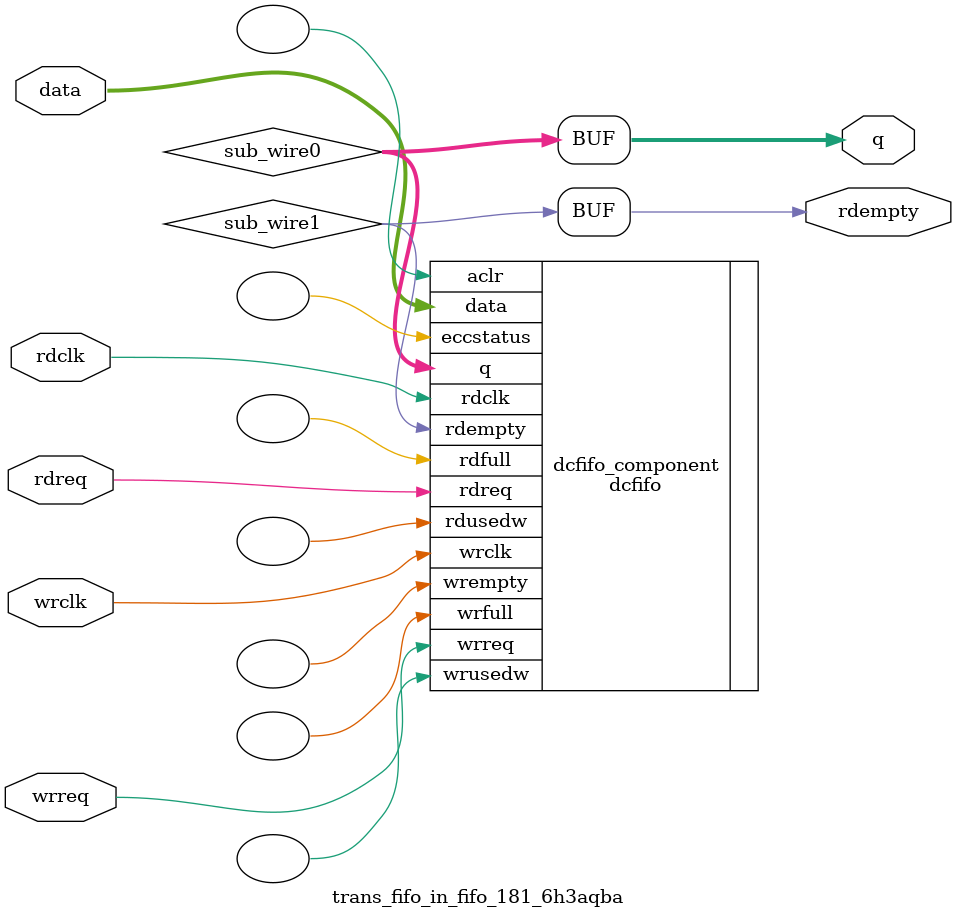
<source format=v>



`timescale 1 ps / 1 ps
// synopsys translate_on
module  trans_fifo_in_fifo_181_6h3aqba  (
    data,
    rdclk,
    rdreq,
    wrclk,
    wrreq,
    q,
    rdempty);

    input  [71:0]  data;
    input    rdclk;
    input    rdreq;
    input    wrclk;
    input    wrreq;
    output [71:0]  q;
    output   rdempty;

    wire [71:0] sub_wire0;
    wire  sub_wire1;
    wire [71:0] q = sub_wire0[71:0];
    wire  rdempty = sub_wire1;

    dcfifo  dcfifo_component (
                .data (data),
                .rdclk (rdclk),
                .rdreq (rdreq),
                .wrclk (wrclk),
                .wrreq (wrreq),
                .q (sub_wire0),
                .rdempty (sub_wire1),
                .aclr (),
                .eccstatus (),
                .rdfull (),
                .rdusedw (),
                .wrempty (),
                .wrfull (),
                .wrusedw ());
    defparam
        dcfifo_component.enable_ecc  = "FALSE",
        dcfifo_component.intended_device_family  = "Arria 10",
        dcfifo_component.lpm_hint  = "DISABLE_DCFIFO_EMBEDDED_TIMING_CONSTRAINT=TRUE",
        dcfifo_component.lpm_numwords  = 512,
        dcfifo_component.lpm_showahead  = "OFF",
        dcfifo_component.lpm_type  = "dcfifo",
        dcfifo_component.lpm_width  = 72,
        dcfifo_component.lpm_widthu  = 9,
        dcfifo_component.overflow_checking  = "ON",
        dcfifo_component.rdsync_delaypipe  = 5,
        dcfifo_component.underflow_checking  = "ON",
        dcfifo_component.use_eab  = "ON",
        dcfifo_component.wrsync_delaypipe  = 5;


endmodule



</source>
